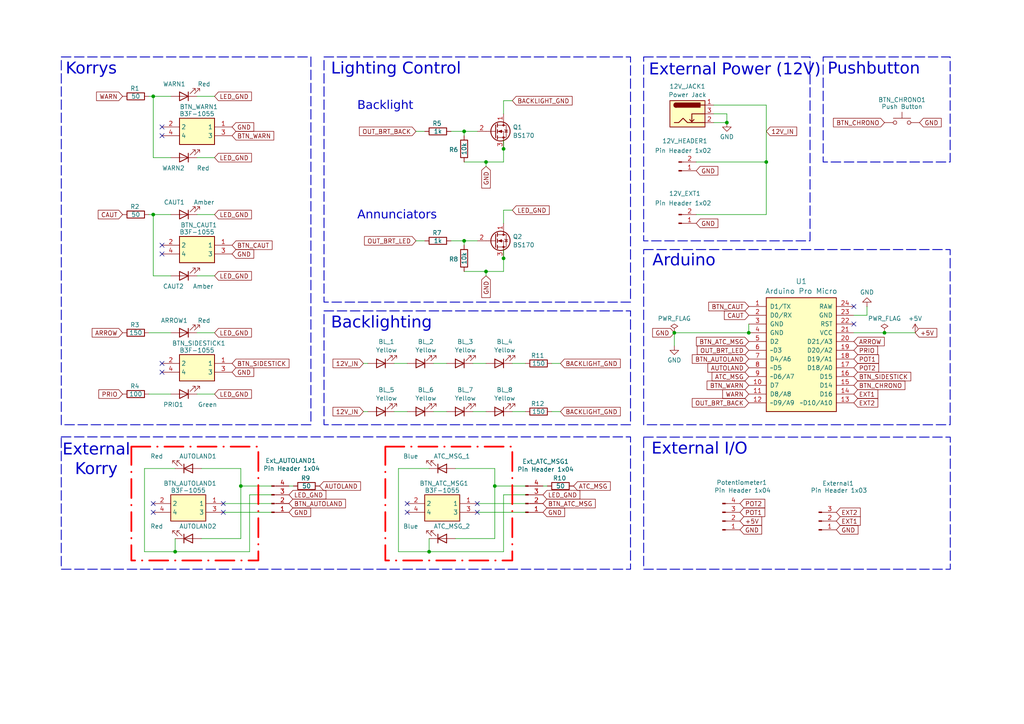
<source format=kicad_sch>
(kicad_sch (version 20231120) (generator "eeschema") (generator_version "8.0")
  (paper "A4")
  (title_block (title "WARNING PANEL Left") (date "2024-12-08") (rev "V1.1") (company "S.K.") (comment 1 "ATC-MSG- and AUTOLAND-Korry are external") (comment 2 "Shortened version"))
  (lib_symbols
    (symbol "Arduino:Sparkfun_Pro_Micro" (pin_names (offset 1.016))
      (property "Reference" "U" (at -8.89 21.59 0))
      (property "Value" "Sparkfun_Pro_Micro" (at 0 19.05 0))
      (symbol "Sparkfun_Pro_Micro_0_1"
        (rectangle (start -10.16 17.78) (end 10.16 -15.24) (stroke (width 0.254)) (fill (type background)))
      )
      (symbol "Sparkfun_Pro_Micro_1_1"
        (pin bidirectional line (at -15.24 15.24 0) (length 5.08) (name "D1/TX") (number "1"))
        (pin bidirectional line (at -15.24 -7.62 0) (length 5.08) (name "D7") (number "10"))
        (pin bidirectional line (at -15.24 -10.16 0) (length 5.08) (name "D8/A8") (number "11"))
        (pin bidirectional line (at -15.24 -12.7 0) (length 5.08) (name "~D9/A9") (number "12"))
        (pin bidirectional line (at 15.24 -12.7 180) (length 5.08) (name "~D10/A10") (number "13"))
        (pin bidirectional line (at 15.24 -10.16 180) (length 5.08) (name "D16") (number "14"))
        (pin bidirectional line (at 15.24 -7.62 180) (length 5.08) (name "D14") (number "15"))
        (pin bidirectional line (at 15.24 -5.08 180) (length 5.08) (name "D15") (number "16"))
        (pin bidirectional line (at 15.24 -2.54 180) (length 5.08) (name "D18/A0") (number "17"))
        (pin bidirectional line (at 15.24 0 180) (length 5.08) (name "D19/A1") (number "18"))
        (pin bidirectional line (at 15.24 2.54 180) (length 5.08) (name "D20/A2") (number "19"))
        (pin bidirectional line (at -15.24 12.7 0) (length 5.08) (name "D0/RX") (number "2"))
        (pin bidirectional line (at 15.24 5.08 180) (length 5.08) (name "D21/A3") (number "20"))
        (pin power_in line (at 15.24 7.62 180) (length 5.08) (name "VCC") (number "21"))
        (pin input line (at 15.24 10.16 180) (length 5.08) (name "RST") (number "22"))
        (pin power_in line (at 15.24 12.7 180) (length 5.08) (name "GND") (number "23"))
        (pin power_in line (at 15.24 15.24 180) (length 5.08) (name "RAW") (number "24"))
        (pin power_in line (at -15.24 10.16 0) (length 5.08) (name "GND") (number "3"))
        (pin power_in line (at -15.24 7.62 0) (length 5.08) (name "GND") (number "4"))
        (pin bidirectional line (at -15.24 5.08 0) (length 5.08) (name "D2") (number "5"))
        (pin bidirectional line (at -15.24 2.54 0) (length 5.08) (name "~D3") (number "6"))
        (pin bidirectional line (at -15.24 0 0) (length 5.08) (name "D4/A6") (number "7"))
        (pin bidirectional line (at -15.24 -2.54 0) (length 5.08) (name "~D5") (number "8"))
        (pin bidirectional line (at -15.24 -5.08 0) (length 5.08) (name "~D6/A7") (number "9"))
      )
    )
    (symbol "Connector:Barrel_Jack_Switch" (pin_names hide)
      (property "Reference" "J" (at 0 5.334 0))
      (property "Value" "Barrel_Jack_Switch" (at 0 -5.08 0))
      (symbol "Barrel_Jack_Switch_0_1"
        (rectangle (start -5.08 3.81) (end 5.08 -3.81) (stroke (width 0.254)) (fill (type background)))
        (arc (start -3.302 3.175) (mid -3.9343 2.54) (end -3.302 1.905) (stroke (width 0.254)))
        (arc (start -3.302 3.175) (mid -3.9343 2.54) (end -3.302 1.905) (stroke (width 0.254)) (fill (type outline)))
        (polyline (pts (xy 1.27 -2.286) (xy 1.905 -1.651)) (stroke (width 0.254)))
        (polyline (pts (xy 5.08 2.54) (xy 3.81 2.54)) (stroke (width 0.254)))
        (polyline (pts (xy 5.08 0) (xy 1.27 0) (xy 1.27 -2.286) (xy 0.635 -1.651)) (stroke (width 0.254)))
        (polyline (pts (xy -3.81 -2.54) (xy -2.54 -2.54) (xy -1.27 -1.27) (xy 0 -2.54) (xy 2.54 -2.54) (xy 5.08 -2.54)) (stroke (width 0.254)))
        (rectangle (start 3.683 3.175) (end -3.302 1.905) (stroke (width 0.254)) (fill (type outline)))
      )
      (symbol "Barrel_Jack_Switch_1_1"
        (pin passive line (at 7.62 2.54 180) (length 2.54) (name "~") (number "1"))
        (pin passive line (at 7.62 -2.54 180) (length 2.54) (name "~") (number "2"))
        (pin passive line (at 7.62 0 180) (length 2.54) (name "~") (number "3"))
      )
    )
    (symbol "Connector:Conn_01x02_Pin" (pin_names (offset 1.016) hide)
      (property "Reference" "J" (at 0 2.54 0))
      (property "Value" "Conn_01x02_Pin" (at 0 -5.08 0))
      (symbol "Conn_01x02_Pin_1_1"
        (polyline (pts (xy 1.27 -2.54) (xy 0.8636 -2.54)) (stroke (width 0.1524)))
        (polyline (pts (xy 1.27 0) (xy 0.8636 0)) (stroke (width 0.1524)))
        (rectangle (start 0.8636 -2.413) (end 0 -2.667) (stroke (width 0.1524)) (fill (type outline)))
        (rectangle (start 0.8636 0.127) (end 0 -0.127) (stroke (width 0.1524)) (fill (type outline)))
        (pin passive line (at 5.08 0 180) (length 3.81) (name "Pin_1") (number "1"))
        (pin passive line (at 5.08 -2.54 180) (length 3.81) (name "Pin_2") (number "2"))
      )
    )
    (symbol "Connector:Conn_01x03_Pin" (pin_names (offset 1.016) hide)
      (property "Reference" "J" (at 0 5.08 0))
      (property "Value" "Conn_01x03_Pin" (at 0 -5.08 0))
      (symbol "Conn_01x03_Pin_1_1"
        (polyline (pts (xy 1.27 -2.54) (xy 0.8636 -2.54)) (stroke (width 0.1524)))
        (polyline (pts (xy 1.27 0) (xy 0.8636 0)) (stroke (width 0.1524)))
        (polyline (pts (xy 1.27 2.54) (xy 0.8636 2.54)) (stroke (width 0.1524)))
        (rectangle (start 0.8636 -2.413) (end 0 -2.667) (stroke (width 0.1524)) (fill (type outline)))
        (rectangle (start 0.8636 0.127) (end 0 -0.127) (stroke (width 0.1524)) (fill (type outline)))
        (rectangle (start 0.8636 2.667) (end 0 2.413) (stroke (width 0.1524)) (fill (type outline)))
        (pin passive line (at 5.08 2.54 180) (length 3.81) (name "Pin_1") (number "1"))
        (pin passive line (at 5.08 0 180) (length 3.81) (name "Pin_2") (number "2"))
        (pin passive line (at 5.08 -2.54 180) (length 3.81) (name "Pin_3") (number "3"))
      )
    )
    (symbol "Connector:Conn_01x04_Pin" (pin_names (offset 1.016) hide)
      (property "Reference" "J" (at 0 5.08 0))
      (property "Value" "Conn_01x04_Pin" (at 0 -7.62 0))
      (symbol "Conn_01x04_Pin_1_1"
        (polyline (pts (xy 1.27 -5.08) (xy 0.8636 -5.08)) (stroke (width 0.1524)))
        (polyline (pts (xy 1.27 -2.54) (xy 0.8636 -2.54)) (stroke (width 0.1524)))
        (polyline (pts (xy 1.27 0) (xy 0.8636 0)) (stroke (width 0.1524)))
        (polyline (pts (xy 1.27 2.54) (xy 0.8636 2.54)) (stroke (width 0.1524)))
        (rectangle (start 0.8636 -4.953) (end 0 -5.207) (stroke (width 0.1524)) (fill (type outline)))
        (rectangle (start 0.8636 -2.413) (end 0 -2.667) (stroke (width 0.1524)) (fill (type outline)))
        (rectangle (start 0.8636 0.127) (end 0 -0.127) (stroke (width 0.1524)) (fill (type outline)))
        (rectangle (start 0.8636 2.667) (end 0 2.413) (stroke (width 0.1524)) (fill (type outline)))
        (pin passive line (at 5.08 2.54 180) (length 3.81) (name "Pin_1") (number "1"))
        (pin passive line (at 5.08 0 180) (length 3.81) (name "Pin_2") (number "2"))
        (pin passive line (at 5.08 -2.54 180) (length 3.81) (name "Pin_3") (number "3"))
        (pin passive line (at 5.08 -5.08 180) (length 3.81) (name "Pin_4") (number "4"))
      )
    )
    (symbol "Device:LED" (pin_numbers hide) (pin_names (offset 1.016) hide)
      (property "Reference" "D" (at 0 2.54 0))
      (property "Value" "LED" (at 0 -2.54 0))
      (symbol "LED_0_1"
        (polyline (pts (xy -1.27 -1.27) (xy -1.27 1.27)) (stroke (width 0.254)))
        (polyline (pts (xy -1.27 0) (xy 1.27 0)))
        (polyline (pts (xy 1.27 -1.27) (xy 1.27 1.27) (xy -1.27 0) (xy 1.27 -1.27)) (stroke (width 0.254)))
        (polyline (pts (xy -3.048 -0.762) (xy -4.572 -2.286) (xy -3.81 -2.286) (xy -4.572 -2.286) (xy -4.572 -1.524)))
        (polyline (pts (xy -1.778 -0.762) (xy -3.302 -2.286) (xy -2.54 -2.286) (xy -3.302 -2.286) (xy -3.302 -1.524)))
      )
      (symbol "LED_1_1"
        (pin passive line (at -3.81 0 0) (length 2.54) (name "K") (number "1"))
        (pin passive line (at 3.81 0 180) (length 2.54) (name "A") (number "2"))
      )
    )
    (symbol "Device:R" (pin_numbers hide) (pin_names (offset 0))
      (property "Reference" "R" (at 2.032 0 90))
      (property "Value" "R" (at 0 0 90))
      (symbol "R_0_1"
        (rectangle (start -1.016 -2.54) (end 1.016 2.54) (stroke (width 0.254)))
      )
      (symbol "R_1_1"
        (pin passive line (at 0 3.81 270) (length 1.27) (name "~") (number "1"))
        (pin passive line (at 0 -3.81 90) (length 1.27) (name "~") (number "2"))
      )
    )
    (symbol "SamacSys_Parts:B3F-1055"
      (property "Reference" "SW" (at 5.588 7.62 0))
      (property "Value" "B3F-1055" (at 5.334 5.08 0))
      (symbol "B3F-1055_1_1"
        (rectangle (start 5.08 2.54) (end 15.24 -5.08) (stroke (width 0.254)) (fill (type background)))
        (pin passive line (at 20.32 -2.54 180) (length 5.08) (name "1") (number "1"))
        (pin passive line (at 0 -2.54 0) (length 5.08) (name "2") (number "2"))
        (pin passive line (at 20.32 0 180) (length 5.08) (name "3") (number "3"))
        (pin passive line (at 0 0 0) (length 5.08) (name "4") (number "4"))
      )
    )
    (symbol "Switch:SW_Push" (pin_numbers hide) (pin_names (offset 1.016) hide)
      (property "Reference" "SW" (at 1.27 2.54 0))
      (property "Value" "SW_Push" (at 0 -1.524 0))
      (symbol "SW_Push_0_1"
        (circle (center -2.032 0) (radius 0.508))
        (polyline (pts (xy 0 1.27) (xy 0 3.048)))
        (polyline (pts (xy 2.54 1.27) (xy -2.54 1.27)))
        (circle (center 2.032 0) (radius 0.508))
        (pin passive line (at -5.08 0 0) (length 2.54) (name "1") (number "1"))
        (pin passive line (at 5.08 0 180) (length 2.54) (name "2") (number "2"))
      )
    )
    (symbol "Transistor_FET:BS170" (pin_names hide)
      (property "Reference" "Q" (at 5.08 1.905 0))
      (property "Value" "BS170" (at 5.08 0 0))
      (symbol "BS170_0_1"
        (polyline (pts (xy 0.254 0) (xy -2.54 0)))
        (polyline (pts (xy 0.254 1.905) (xy 0.254 -1.905)) (stroke (width 0.254)))
        (polyline (pts (xy 0.762 -1.27) (xy 0.762 -2.286)) (stroke (width 0.254)))
        (polyline (pts (xy 0.762 0.508) (xy 0.762 -0.508)) (stroke (width 0.254)))
        (polyline (pts (xy 0.762 2.286) (xy 0.762 1.27)) (stroke (width 0.254)))
        (polyline (pts (xy 2.54 2.54) (xy 2.54 1.778)))
        (polyline (pts (xy 2.54 -2.54) (xy 2.54 0) (xy 0.762 0)))
        (polyline (pts (xy 0.762 -1.778) (xy 3.302 -1.778) (xy 3.302 1.778) (xy 0.762 1.778)))
        (polyline (pts (xy 1.016 0) (xy 2.032 0.381) (xy 2.032 -0.381) (xy 1.016 0)) (fill (type outline)))
        (polyline (pts (xy 2.794 0.508) (xy 2.921 0.381) (xy 3.683 0.381) (xy 3.81 0.254)))
        (polyline (pts (xy 3.302 0.381) (xy 2.921 -0.254) (xy 3.683 -0.254) (xy 3.302 0.381)))
        (circle (center 1.651 0) (radius 2.794) (stroke (width 0.254)))
        (circle (center 2.54 -1.778) (radius 0.254) (fill (type outline)))
        (circle (center 2.54 1.778) (radius 0.254) (fill (type outline)))
      )
      (symbol "BS170_1_1"
        (pin passive line (at 2.54 5.08 270) (length 2.54) (name "D") (number "1"))
        (pin input line (at -5.08 0 0) (length 2.54) (name "G") (number "2"))
        (pin passive line (at 2.54 -5.08 90) (length 2.54) (name "S") (number "3"))
      )
    )
    (symbol "power:+5V" (power) (pin_numbers hide) (pin_names (offset 0) hide)
      (property "Value" "+5V" (at 0 3.556 0))
      (symbol "+5V_0_1"
        (polyline (pts (xy -0.762 1.27) (xy 0 2.54)))
        (polyline (pts (xy 0 0) (xy 0 2.54)))
        (polyline (pts (xy 0 2.54) (xy 0.762 1.27)))
      )
      (symbol "+5V_1_1"
        (pin power_in line (at 0 0 90) (length 0) (name "~") (number "1"))
      )
    )
    (symbol "power:GND" (power) (pin_numbers hide) (pin_names (offset 0) hide)
      (property "Value" "GND" (at 0 -3.81 0))
      (symbol "GND_0_1"
        (polyline (pts (xy 0 0) (xy 0 -1.27) (xy 1.27 -1.27) (xy 0 -2.54) (xy -1.27 -1.27) (xy 0 -1.27)))
      )
      (symbol "GND_1_1"
        (pin power_in line (at 0 0 270) (length 0) (name "~") (number "1"))
      )
    )
    (symbol "power:PWR_FLAG" (power) (pin_numbers hide) (pin_names (offset 0) hide)
      (property "Value" "PWR_FLAG" (at 0 3.81 0))
      (symbol "PWR_FLAG_0_0"
        (pin power_out line (at 0 0 90) (length 0) (name "~") (number "1"))
      )
      (symbol "PWR_FLAG_0_1"
        (polyline (pts (xy 0 0) (xy 0 1.27) (xy -1.016 1.905) (xy 0 2.54) (xy 1.016 1.905) (xy 0 1.27)))
      )
    )
  )
  (junction (at 44.45 27.94))
  (junction (at 140.97 78.74))
  (junction (at 222.25 46.99))
  (junction (at 134.62 38.1))
  (junction (at 143.51 140.97))
  (junction (at 217.17 96.52))
  (junction (at 140.97 46.99))
  (junction (at 69.85 140.97))
  (junction (at 50.8 160.02))
  (junction (at 210.82 35.56))
  (junction (at 146.05 74.93))
  (junction (at 134.62 69.85))
  (junction (at 146.05 43.18))
  (junction (at 124.46 160.02))
  (junction (at 195.58 96.52))
  (junction (at 44.45 62.23))
  (junction (at 256.54 96.52))
  (no_connect (at 46.99 39.37))
  (no_connect (at 46.99 107.95))
  (no_connect (at 46.99 71.12))
  (no_connect (at 44.45 146.05))
  (no_connect (at 46.99 36.83))
  (no_connect (at 44.45 148.59))
  (no_connect (at 247.65 88.9))
  (no_connect (at 118.11 148.59))
  (no_connect (at 46.99 73.66))
  (no_connect (at 138.43 148.59))
  (no_connect (at 46.99 105.41))
  (no_connect (at 64.77 146.05))
  (no_connect (at 118.11 146.05))
  (no_connect (at 64.77 148.59))
  (no_connect (at 138.43 146.05))
  (no_connect (at 247.65 93.98))
  (wire (pts (xy 69.85 156.21) (xy 69.85 140.97)))
  (wire (pts (xy 143.51 135.89) (xy 143.51 140.97)))
  (wire (pts (xy 138.43 148.59) (xy 152.4 148.59)))
  (wire (pts (xy 72.39 160.02) (xy 72.39 143.51)))
  (wire (pts (xy 195.58 100.33) (xy 195.58 96.52)))
  (wire (pts (xy 146.05 74.93) (xy 146.05 78.74)))
  (wire (pts (xy 134.62 38.1) (xy 138.43 38.1)))
  (wire (pts (xy 143.51 140.97) (xy 152.4 140.97)))
  (wire (pts (xy 69.85 135.89) (xy 69.85 140.97)))
  (wire (pts (xy 137.16 119.38) (xy 140.97 119.38)))
  (wire (pts (xy 120.65 38.1) (xy 123.19 38.1)))
  (wire (pts (xy 134.62 69.85) (xy 138.43 69.85)))
  (wire (pts (xy 124.46 135.89) (xy 115.57 135.89)))
  (wire (pts (xy 207.01 30.48) (xy 222.25 30.48)))
  (wire (pts (xy 62.23 45.72) (xy 57.15 45.72)))
  (wire (pts (xy 148.59 119.38) (xy 152.4 119.38)))
  (wire (pts (xy 137.16 105.41) (xy 140.97 105.41)))
  (wire (pts (xy 210.82 33.02) (xy 210.82 35.56)))
  (wire (pts (xy 44.45 62.23) (xy 43.18 62.23)))
  (wire (pts (xy 130.81 38.1) (xy 134.62 38.1)))
  (wire (pts (xy 50.8 135.89) (xy 41.91 135.89)))
  (wire (pts (xy 64.77 148.59) (xy 78.74 148.59)))
  (wire (pts (xy 160.02 105.41) (xy 162.56 105.41)))
  (wire (pts (xy 62.23 62.23) (xy 57.15 62.23)))
  (wire (pts (xy 207.01 33.02) (xy 210.82 33.02)))
  (wire (pts (xy 41.91 135.89) (xy 41.91 160.02)))
  (wire (pts (xy 222.25 30.48) (xy 222.25 46.99)))
  (wire (pts (xy 125.73 105.41) (xy 129.54 105.41)))
  (wire (pts (xy 124.46 160.02) (xy 146.05 160.02)))
  (wire (pts (xy 114.3 105.41) (xy 118.11 105.41)))
  (wire (pts (xy 44.45 62.23) (xy 49.53 62.23)))
  (wire (pts (xy 49.53 114.3) (xy 43.18 114.3)))
  (wire (pts (xy 195.58 96.52) (xy 217.17 96.52)))
  (wire (pts (xy 143.51 156.21) (xy 143.51 140.97)))
  (wire (pts (xy 140.97 78.74) (xy 146.05 78.74)))
  (wire (pts (xy 130.81 69.85) (xy 134.62 69.85)))
  (wire (pts (xy 120.65 69.85) (xy 123.19 69.85)))
  (wire (pts (xy 83.82 140.97) (xy 85.09 140.97)))
  (wire (pts (xy 44.45 27.94) (xy 43.18 27.94)))
  (wire (pts (xy 148.59 105.41) (xy 152.4 105.41)))
  (wire (pts (xy 157.48 140.97) (xy 158.75 140.97)))
  (wire (pts (xy 49.53 80.01) (xy 44.45 80.01)))
  (wire (pts (xy 44.45 45.72) (xy 44.45 27.94)))
  (wire (pts (xy 146.05 29.21) (xy 146.05 33.02)))
  (wire (pts (xy 146.05 143.51) (xy 152.4 143.51)))
  (wire (pts (xy 105.41 105.41) (xy 106.68 105.41)))
  (wire (pts (xy 256.54 96.52) (xy 265.43 96.52)))
  (wire (pts (xy 146.05 40.64) (xy 146.05 43.18)))
  (wire (pts (xy 134.62 78.74) (xy 140.97 78.74)))
  (wire (pts (xy 217.17 93.98) (xy 217.17 96.52)))
  (wire (pts (xy 43.18 96.52) (xy 49.53 96.52)))
  (wire (pts (xy 62.23 80.01) (xy 57.15 80.01)))
  (wire (pts (xy 114.3 119.38) (xy 118.11 119.38)))
  (wire (pts (xy 132.08 156.21) (xy 143.51 156.21)))
  (wire (pts (xy 146.05 72.39) (xy 146.05 74.93)))
  (wire (pts (xy 72.39 143.51) (xy 78.74 143.51)))
  (wire (pts (xy 62.23 96.52) (xy 57.15 96.52)))
  (wire (pts (xy 134.62 46.99) (xy 140.97 46.99)))
  (wire (pts (xy 247.65 96.52) (xy 256.54 96.52)))
  (wire (pts (xy 251.46 91.44) (xy 251.46 88.9)))
  (wire (pts (xy 44.45 27.94) (xy 49.53 27.94)))
  (wire (pts (xy 115.57 135.89) (xy 115.57 160.02)))
  (wire (pts (xy 115.57 160.02) (xy 124.46 160.02)))
  (wire (pts (xy 140.97 48.26) (xy 140.97 46.99)))
  (wire (pts (xy 49.53 45.72) (xy 44.45 45.72)))
  (wire (pts (xy 134.62 38.1) (xy 134.62 39.37)))
  (wire (pts (xy 138.43 146.05) (xy 152.4 146.05)))
  (wire (pts (xy 41.91 160.02) (xy 50.8 160.02)))
  (wire (pts (xy 44.45 80.01) (xy 44.45 62.23)))
  (wire (pts (xy 134.62 69.85) (xy 134.62 71.12)))
  (wire (pts (xy 148.59 29.21) (xy 146.05 29.21)))
  (wire (pts (xy 50.8 160.02) (xy 72.39 160.02)))
  (wire (pts (xy 148.59 60.96) (xy 146.05 60.96)))
  (wire (pts (xy 146.05 60.96) (xy 146.05 64.77)))
  (wire (pts (xy 62.23 27.94) (xy 57.15 27.94)))
  (wire (pts (xy 201.93 46.99) (xy 222.25 46.99)))
  (wire (pts (xy 106.68 119.38) (xy 105.41 119.38)))
  (wire (pts (xy 50.8 156.21) (xy 50.8 160.02)))
  (wire (pts (xy 64.77 146.05) (xy 78.74 146.05)))
  (wire (pts (xy 125.73 119.38) (xy 129.54 119.38)))
  (wire (pts (xy 247.65 91.44) (xy 251.46 91.44)))
  (wire (pts (xy 222.25 62.23) (xy 222.25 46.99)))
  (wire (pts (xy 146.05 43.18) (xy 146.05 46.99)))
  (wire (pts (xy 58.42 156.21) (xy 69.85 156.21)))
  (wire (pts (xy 140.97 80.01) (xy 140.97 78.74)))
  (wire (pts (xy 140.97 46.99) (xy 146.05 46.99)))
  (wire (pts (xy 62.23 114.3) (xy 57.15 114.3)))
  (wire (pts (xy 201.93 62.23) (xy 222.25 62.23)))
  (wire (pts (xy 69.85 140.97) (xy 78.74 140.97)))
  (wire (pts (xy 124.46 156.21) (xy 124.46 160.02)))
  (wire (pts (xy 132.08 135.89) (xy 143.51 135.89)))
  (wire (pts (xy 146.05 160.02) (xy 146.05 143.51)))
  (wire (pts (xy 207.01 35.56) (xy 210.82 35.56)))
  (wire (pts (xy 58.42 135.89) (xy 69.85 135.89)))
  (wire (pts (xy 160.02 119.38) (xy 162.56 119.38)))
  (rectangle (start 186.69 16.51) (end 234.95 69.85) (stroke (width 0.254) (type dash)))
  (rectangle (start 93.98 90.17) (end 182.88 123.19) (stroke (width 0.254) (type dash)))
  (rectangle (start 238.76 16.51) (end 275.59 46.99) (stroke (width 0.254) (type dash)))
  (rectangle (start 186.69 72.39) (end 275.59 123.19) (stroke (width 0.254) (type dash)))
  (rectangle (start 111.76 129.54) (end 148.59 162.56) (stroke (width 0.5) (type dash_dot) (color 255 0 0 1)))
  (rectangle (start 17.7719 126.7133) (end 182.88 165.1) (stroke (width 0.254) (type dash)))
  (rectangle (start 17.78 16.51) (end 90.17 123.19) (stroke (width 0.254) (type dash)))
  (rectangle (start 38.1 129.54) (end 74.93 162.56) (stroke (width 0.5) (type dash_dot) (color 255 0 0 1)))
  (rectangle (start 186.69 126.7834) (end 275.624 165.1) (stroke (width 0.254) (type dash)))
  (rectangle (start 93.98 16.51) (end 182.88 87.63) (stroke (width 0.254) (type dash)))
  (text "External Power (12V)" (at 188.214 19.304 0) (effects (font (size 3.3782 3.3782)) (justify left top)))
  (text "Annunciators" (at 103.632 61.722 0) (effects (font (size 2.5 2.5)) (justify left top)))
  (text "Backlight" (at 103.632 29.972 0) (effects (font (size 2.5 2.5)) (justify left top)))
  (text "Arduino" (at 189.23 74.676 0) (effects (font (size 3.3782 3.3782)) (justify left top)))
  (text "Lighting Control" (at 96.012 19.05 0) (effects (font (size 3.3782 3.3782)) (justify left top)))
  (text "Pushbutton" (at 240.03 19.05 0) (effects (font (size 3.3782 3.3782)) (justify left top)))
  (text "Backlighting" (at 96.012 92.71 0) (effects (font (size 3.3782 3.3782)) (justify left top)))
  (text "External\nKorry" (at 27.94 129.54 0) (effects (font (size 3.3782 3.3782)) (justify top)))
  (text "External I/O" (at 188.976 129.286 0) (effects (font (size 3.3782 3.3782)) (justify left top)))
  (text "Korrys" (at 19.05 19.05 0) (effects (font (size 3.3782 3.3782)) (justify left top)))
  (global_label "+5V" (shape input) (at 265.43 96.52 0) (property "Intersheetrefs" "${INTERSHEET_REFS}" (effects (hide yes))))
  (global_label "GND" (shape input) (at 67.31 36.83 0) (property "Intersheetrefs" "${INTERSHEET_REFS}" (effects (hide yes))))
  (global_label "12V_IN" (shape input) (at 105.41 105.41 180) (property "Intersheetrefs" "${INTERSHEET_REFS}" (effects (hide yes))))
  (global_label "GND" (shape input) (at 201.93 49.53 0) (property "Intersheetrefs" "${INTERSHEET_REFS}" (effects (hide yes))))
  (global_label "ATC_MSG" (shape input) (at 166.37 140.97 0) (property "Intersheetrefs" "${INTERSHEET_REFS}" (effects (hide yes))))
  (global_label "LED_GND" (shape input) (at 62.23 96.52 0) (property "Intersheetrefs" "${INTERSHEET_REFS}" (effects (hide yes))))
  (global_label "POT1" (shape input) (at 214.63 148.59 0) (property "Intersheetrefs" "${INTERSHEET_REFS}" (effects (hide yes))))
  (global_label "BTN_SIDESTICK" (shape input) (at 247.65 109.22 0) (property "Intersheetrefs" "${INTERSHEET_REFS}" (effects (hide yes))))
  (global_label "LED_GND" (shape input) (at 148.59 60.96 0) (property "Intersheetrefs" "${INTERSHEET_REFS}" (effects (hide yes))))
  (global_label "GND" (shape input) (at 266.7 35.56 0) (property "Intersheetrefs" "${INTERSHEET_REFS}" (effects (hide yes))))
  (global_label "GND" (shape input) (at 67.31 107.95 0) (property "Intersheetrefs" "${INTERSHEET_REFS}" (effects (hide yes))))
  (global_label "BTN_AUTOLAND" (shape input) (at 217.17 104.14 180) (property "Intersheetrefs" "${INTERSHEET_REFS}" (effects (hide yes))))
  (global_label "12V_IN" (shape input) (at 222.25 38.1 0) (property "Intersheetrefs" "${INTERSHEET_REFS}" (effects (hide yes))))
  (global_label "PRIO" (shape input) (at 35.56 114.3 180) (property "Intersheetrefs" "${INTERSHEET_REFS}" (effects (hide yes))))
  (global_label "LED_GND" (shape input) (at 62.23 45.72 0) (property "Intersheetrefs" "${INTERSHEET_REFS}" (effects (hide yes))))
  (global_label "LED_GND" (shape input) (at 62.23 62.23 0) (property "Intersheetrefs" "${INTERSHEET_REFS}" (effects (hide yes))))
  (global_label "BTN_CHRONO" (shape input) (at 247.65 111.76 0) (property "Intersheetrefs" "${INTERSHEET_REFS}" (effects (hide yes))))
  (global_label "ARROW" (shape input) (at 247.65 99.06 0) (property "Intersheetrefs" "${INTERSHEET_REFS}" (effects (hide yes))))
  (global_label "LED_GND" (shape input) (at 62.23 80.01 0) (property "Intersheetrefs" "${INTERSHEET_REFS}" (effects (hide yes))))
  (global_label "GND" (shape input) (at 214.63 153.67 0) (property "Intersheetrefs" "${INTERSHEET_REFS}" (effects (hide yes))))
  (global_label "LED_GND" (shape input) (at 157.48 143.51 0) (property "Intersheetrefs" "${INTERSHEET_REFS}" (effects (hide yes))))
  (global_label "ARROW" (shape input) (at 35.56 96.52 180) (property "Intersheetrefs" "${INTERSHEET_REFS}" (effects (hide yes))))
  (global_label "POT2" (shape input) (at 214.63 146.05 0) (property "Intersheetrefs" "${INTERSHEET_REFS}" (effects (hide yes))))
  (global_label "GND" (shape input) (at 201.93 64.77 0) (property "Intersheetrefs" "${INTERSHEET_REFS}" (effects (hide yes))))
  (global_label "BTN_WARN" (shape input) (at 67.31 39.37 0) (property "Intersheetrefs" "${INTERSHEET_REFS}" (effects (hide yes))))
  (global_label "EXT1" (shape input) (at 242.57 151.13 0) (property "Intersheetrefs" "${INTERSHEET_REFS}" (effects (hide yes))))
  (global_label "BACKLIGHT_GND" (shape input) (at 162.56 105.41 0) (property "Intersheetrefs" "${INTERSHEET_REFS}" (effects (hide yes))))
  (global_label "POT1" (shape input) (at 247.65 104.14 0) (property "Intersheetrefs" "${INTERSHEET_REFS}" (effects (hide yes))))
  (global_label "EXT2" (shape input) (at 242.57 148.59 0) (property "Intersheetrefs" "${INTERSHEET_REFS}" (effects (hide yes))))
  (global_label "+5V" (shape input) (at 214.63 151.13 0) (property "Intersheetrefs" "${INTERSHEET_REFS}" (effects (hide yes))))
  (global_label "OUT_BRT_BACK" (shape input) (at 217.17 116.84 180) (property "Intersheetrefs" "${INTERSHEET_REFS}" (effects (hide yes))))
  (global_label "AUTOLAND" (shape input) (at 92.71 140.97 0) (property "Intersheetrefs" "${INTERSHEET_REFS}" (effects (hide yes))))
  (global_label "ATC_MSG" (shape input) (at 217.17 109.22 180) (property "Intersheetrefs" "${INTERSHEET_REFS}" (effects (hide yes))))
  (global_label "WARN" (shape input) (at 217.17 114.3 180) (property "Intersheetrefs" "${INTERSHEET_REFS}" (effects (hide yes))))
  (global_label "BTN_ATC_MSG" (shape input) (at 217.17 99.06 180) (property "Intersheetrefs" "${INTERSHEET_REFS}" (effects (hide yes))))
  (global_label "GND" (shape input) (at 83.82 148.59 0) (property "Intersheetrefs" "${INTERSHEET_REFS}" (effects (hide yes))))
  (global_label "GND" (shape input) (at 140.97 80.01 270) (property "Intersheetrefs" "${INTERSHEET_REFS}" (effects (hide yes))))
  (global_label "GND" (shape input) (at 140.97 48.26 270) (property "Intersheetrefs" "${INTERSHEET_REFS}" (effects (hide yes))))
  (global_label "BTN_CAUT" (shape input) (at 217.17 88.9 180) (property "Intersheetrefs" "${INTERSHEET_REFS}" (effects (hide yes))))
  (global_label "LED_GND" (shape input) (at 62.23 114.3 0) (property "Intersheetrefs" "${INTERSHEET_REFS}" (effects (hide yes))))
  (global_label "GND" (shape input) (at 242.57 153.67 0) (property "Intersheetrefs" "${INTERSHEET_REFS}" (effects (hide yes))))
  (global_label "CAUT" (shape input) (at 217.17 91.44 180) (property "Intersheetrefs" "${INTERSHEET_REFS}" (effects (hide yes))))
  (global_label "POT2" (shape input) (at 247.65 106.68 0) (property "Intersheetrefs" "${INTERSHEET_REFS}" (effects (hide yes))))
  (global_label "BTN_CHRONO" (shape input) (at 256.54 35.56 180) (property "Intersheetrefs" "${INTERSHEET_REFS}" (effects (hide yes))))
  (global_label "OUT_BRT_LED" (shape input) (at 120.65 69.85 180) (property "Intersheetrefs" "${INTERSHEET_REFS}" (effects (hide yes))))
  (global_label "CAUT" (shape input) (at 35.56 62.23 180) (property "Intersheetrefs" "${INTERSHEET_REFS}" (effects (hide yes))))
  (global_label "OUT_BRT_BACK" (shape input) (at 120.65 38.1 180) (property "Intersheetrefs" "${INTERSHEET_REFS}" (effects (hide yes))))
  (global_label "WARN" (shape input) (at 35.56 27.94 180) (property "Intersheetrefs" "${INTERSHEET_REFS}" (effects (hide yes))))
  (global_label "BACKLIGHT_GND" (shape input) (at 148.59 29.21 0) (property "Intersheetrefs" "${INTERSHEET_REFS}" (effects (hide yes))))
  (global_label "LED_GND" (shape input) (at 83.82 143.51 0) (property "Intersheetrefs" "${INTERSHEET_REFS}" (effects (hide yes))))
  (global_label "EXT2" (shape input) (at 247.65 116.84 0) (property "Intersheetrefs" "${INTERSHEET_REFS}" (effects (hide yes))))
  (global_label "BTN_ATC_MSG" (shape input) (at 157.48 146.05 0) (property "Intersheetrefs" "${INTERSHEET_REFS}" (effects (hide yes))))
  (global_label "PRIO" (shape input) (at 247.65 101.6 0) (property "Intersheetrefs" "${INTERSHEET_REFS}" (effects (hide yes))))
  (global_label "BTN_AUTOLAND" (shape input) (at 83.82 146.05 0) (property "Intersheetrefs" "${INTERSHEET_REFS}" (effects (hide yes))))
  (global_label "OUT_BRT_LED" (shape input) (at 217.17 101.6 180) (property "Intersheetrefs" "${INTERSHEET_REFS}" (effects (hide yes))))
  (global_label "GND" (shape input) (at 67.31 73.66 0) (property "Intersheetrefs" "${INTERSHEET_REFS}" (effects (hide yes))))
  (global_label "EXT1" (shape input) (at 247.65 114.3 0) (property "Intersheetrefs" "${INTERSHEET_REFS}" (effects (hide yes))))
  (global_label "GND" (shape input) (at 157.48 148.59 0) (property "Intersheetrefs" "${INTERSHEET_REFS}" (effects (hide yes))))
  (global_label "BTN_CAUT" (shape input) (at 67.31 71.12 0) (property "Intersheetrefs" "${INTERSHEET_REFS}" (effects (hide yes))))
  (global_label "AUTOLAND" (shape input) (at 217.17 106.68 180) (property "Intersheetrefs" "${INTERSHEET_REFS}" (effects (hide yes))))
  (global_label "12V_IN" (shape input) (at 105.41 119.38 180) (property "Intersheetrefs" "${INTERSHEET_REFS}" (effects (hide yes))))
  (global_label "BACKLIGHT_GND" (shape input) (at 162.56 119.38 0) (property "Intersheetrefs" "${INTERSHEET_REFS}" (effects (hide yes))))
  (global_label "BTN_WARN" (shape input) (at 217.17 111.76 180) (property "Intersheetrefs" "${INTERSHEET_REFS}" (effects (hide yes))))
  (global_label "BTN_SIDESTICK" (shape input) (at 67.31 105.41 0) (property "Intersheetrefs" "${INTERSHEET_REFS}" (effects (hide yes))))
  (global_label "LED_GND" (shape input) (at 62.23 27.94 0) (property "Intersheetrefs" "${INTERSHEET_REFS}" (effects (hide yes))))
  (global_label "GND" (shape input) (at 195.58 96.52 180) (property "Intersheetrefs" "${INTERSHEET_REFS}" (effects (hide yes))))
  (symbol (lib_id "Device:LED") (at 144.78 105.41 180) (unit 1)
    (property "Reference" "BL_4" (at 146.3675 99.1065 0))
    (property "Value" "Yellow" (at 146.3675 101.5308 0))
    (property "Footprint" "LED_THT:LED_D3.0mm" (effects (hide yes)))
    (property "Description" "Light emitting diode" (effects (hide yes)))
  )
  (symbol (lib_id "Connector:Conn_01x04_Pin") (at 152.4 146.05 0) (mirror x) (unit 1)
    (property "Reference" "Ext_ATC_MSG1" (at 158.242 133.858 0))
    (property "Value" "Pin Header 1x04" (at 158.242 136.144 0))
    (property "Footprint" "Connector_JST:JST_EH_B4B-EH-A_1x04_P2.50mm_Vertical" (effects (hide yes)))
    (property "Description" "Generic connector, single row, 01x04, script generated" (effects (hide yes)))
  )
  (symbol (lib_id "Device:LED") (at 53.34 27.94 180) (unit 1)
    (property "Reference" "WARN1" (at 50.546 24.384 0))
    (property "Value" "Red" (at 59.182 24.384 0))
    (property "Footprint" "LED_THT:LED_D3.0mm" (effects (hide yes)))
    (property "Description" "Light emitting diode" (effects (hide yes)))
  )
  (symbol (lib_id "Device:LED") (at 53.34 62.23 180) (unit 1)
    (property "Reference" "CAUT1" (at 50.546 58.674 0))
    (property "Value" "Amber" (at 59.182 58.674 0))
    (property "Footprint" "LED_THT:LED_D3.0mm" (effects (hide yes)))
    (property "Description" "Light emitting diode" (effects (hide yes)))
  )
  (symbol (lib_id "Connector:Conn_01x02_Pin") (at 196.85 49.53 0) (mirror x) (unit 1)
    (property "Reference" "12V_HEADER1" (at 198.628 40.894 0))
    (property "Value" "Pin Header 1x02" (at 198.12 43.688 0))
    (property "Footprint" "Connector_JST:JST_EH_B2B-EH-A_1x02_P2.50mm_Vertical" (effects (hide yes)))
    (property "Description" "Generic connector, single row, 01x02, script generated" (effects (hide yes)))
  )
  (symbol (lib_id "Transistor_FET:BS170") (at 143.51 38.1 0) (unit 1)
    (property "Reference" "Q1" (at 148.717 36.8878 0) (effects (justify left)))
    (property "Value" "BS170" (at 148.717 39.3121 0) (effects (justify left)))
    (property "Footprint" "Package_TO_SOT_THT:TO-92_HandSolder" (effects (hide yes)))
    (property "Datasheet" "https://www.onsemi.com/pub/Collateral/BS170-D.PDF" (effects (hide yes)))
    (property "Description" "0.5A Id, 60V Vds, N-Channel MOSFET, TO-92" (effects (hide yes)))
  )
  (symbol (lib_id "Device:LED") (at 53.34 45.72 180) (unit 1)
    (property "Reference" "WARN2" (at 50.292 48.768 0))
    (property "Value" "Red" (at 58.928 48.768 0))
    (property "Footprint" "LED_THT:LED_D3.0mm" (effects (hide yes)))
    (property "Description" "Light emitting diode" (effects (hide yes)))
  )
  (symbol (lib_id "Connector:Conn_01x02_Pin") (at 196.85 64.77 0) (mirror x) (unit 1)
    (property "Reference" "12V_EXT1" (at 198.628 56.134 0))
    (property "Value" "Pin Header 1x02" (at 198.12 58.928 0))
    (property "Footprint" "Connector_JST:JST_EH_B2B-EH-A_1x02_P2.50mm_Vertical" (effects (hide yes)))
    (property "Description" "Generic connector, single row, 01x02, script generated" (effects (hide yes)))
  )
  (symbol (lib_id "power:PWR_FLAG") (at 256.54 96.52 0) (unit 1)
    (property "Reference" "#FLG02" (effects (hide yes)))
    (property "Value" "PWR_FLAG" (at 256.54 92.3869 0))
    (property "Description" "Special symbol for telling ERC where power comes from" (effects (hide yes)))
  )
  (symbol (lib_id "Device:LED") (at 54.61 156.21 0) (mirror x) (unit 1) (exclude_from_sim yes) (in_bom no) (on_board no)
    (property "Reference" "AUTOLAND2" (at 57.404 152.654 0))
    (property "Value" "Red" (at 45.466 152.654 0))
    (property "Footprint" "LED_THT:LED_D3.0mm" (effects (hide yes)))
    (property "Description" "Light emitting diode" (effects (hide yes)))
  )
  (symbol (lib_id "SamacSys_Parts:B3F-1055") (at 46.99 39.37 0) (mirror x) (unit 1)
    (property "Reference" "BTN_WARN1" (at 57.658 30.988 0))
    (property "Value" "B3F-1055" (at 57.15 33.02 0))
    (property "Footprint" "SamacSys_Parts:B3F1000" (effects (hide yes)))
    (property "Datasheet" "https://omronfs.omron.com/en_US/ecb/products/pdf/en-b3f.pdf" (effects (hide yes)))
    (property "Description" "OMRON ELECTRONIC COMPONENTS - B3F-1055 - SWITCH, TACTILE, SPST-NO, 50mA, THOUGH HOLE" (effects (hide yes)))
    (property "Mouser Part Number" "653-B3F-1055" (effects (hide yes)))
    (property "Mouser Price/Stock" "https://www.mouser.co.uk/ProductDetail/Omron-Electronics/B3F-1055?qs=1tDaWCEHQQ77i2BzV2Yqkw%3D%3D" (effects (hide yes)))
    (property "Manufacturer_Name" "Omron Electronics" (effects (hide yes)))
    (property "Manufacturer_Part_Number" "B3F-1055" (effects (hide yes)))
  )
  (symbol (lib_id "Device:LED") (at 110.49 105.41 180) (unit 1)
    (property "Reference" "BL_1" (at 112.0775 99.1065 0))
    (property "Value" "Yellow" (at 112.0775 101.5308 0))
    (property "Footprint" "LED_THT:LED_D3.0mm" (effects (hide yes)))
    (property "Description" "Light emitting diode" (effects (hide yes)))
  )
  (symbol (lib_id "Device:LED") (at 53.34 114.3 180) (unit 1)
    (property "Reference" "PRIO1" (at 50.292 117.348 0))
    (property "Value" "Green" (at 60.198 117.348 0))
    (property "Footprint" "LED_THT:LED_D3.0mm" (effects (hide yes)))
    (property "Description" "Light emitting diode" (effects (hide yes)))
  )
  (symbol (lib_id "Device:R") (at 39.37 27.94 90) (unit 1)
    (property "Reference" "R1" (at 39.116 25.654 90))
    (property "Value" "50" (at 39.37 27.94 90))
    (property "Footprint" "Resistor_THT:R_Axial_DIN0204_L3.6mm_D1.6mm_P7.62mm_Horizontal" (effects (hide yes)))
    (property "Description" "Resistor" (effects (hide yes)))
  )
  (symbol (lib_id "Device:R") (at 134.62 43.18 180) (unit 1)
    (property "Reference" "R6" (at 131.572 43.434 0))
    (property "Value" "10k" (at 134.62 43.18 90))
    (property "Footprint" "Resistor_THT:R_Axial_DIN0204_L3.6mm_D1.6mm_P7.62mm_Horizontal" (effects (hide yes)))
    (property "Description" "Resistor" (effects (hide yes)))
  )
  (symbol (lib_id "Connector:Conn_01x03_Pin") (at 237.49 151.13 0) (mirror x) (unit 1)
    (property "Reference" "External1" (at 243.078 140.208 0))
    (property "Value" "Pin Header 1x03" (at 243.332 142.24 0))
    (property "Footprint" "Connector_JST:JST_EH_B3B-EH-A_1x03_P2.50mm_Vertical" (effects (hide yes)))
    (property "Description" "Generic connector, single row, 01x03, script generated" (effects (hide yes)))
  )
  (symbol (lib_id "Device:LED") (at 54.61 135.89 0) (mirror x) (unit 1) (exclude_from_sim yes) (in_bom no) (on_board no)
    (property "Reference" "AUTOLAND1" (at 57.404 132.334 0))
    (property "Value" "Red" (at 45.466 132.334 0))
    (property "Footprint" "LED_THT:LED_D3.0mm" (effects (hide yes)))
    (property "Description" "Light emitting diode" (effects (hide yes)))
  )
  (symbol (lib_id "Device:R") (at 134.62 74.93 180) (unit 1)
    (property "Reference" "R8" (at 131.572 75.184 0))
    (property "Value" "10k" (at 134.62 74.93 90))
    (property "Footprint" "Resistor_THT:R_Axial_DIN0204_L3.6mm_D1.6mm_P7.62mm_Horizontal" (effects (hide yes)))
    (property "Description" "Resistor" (effects (hide yes)))
  )
  (symbol (lib_id "Device:R") (at 88.9 140.97 90) (unit 1)
    (property "Reference" "R9" (at 88.646 138.684 90))
    (property "Value" "50" (at 88.9 140.97 90))
    (property "Footprint" "Resistor_THT:R_Axial_DIN0204_L3.6mm_D1.6mm_P7.62mm_Horizontal" (effects (hide yes)))
    (property "Description" "Resistor" (effects (hide yes)))
  )
  (symbol (lib_id "Device:LED") (at 144.78 119.38 180) (unit 1)
    (property "Reference" "BL_8" (at 146.3675 113.0765 0))
    (property "Value" "Yellow" (at 146.3675 115.5008 0))
    (property "Footprint" "LED_THT:LED_D3.0mm" (effects (hide yes)))
    (property "Description" "Light emitting diode" (effects (hide yes)))
  )
  (symbol (lib_id "Transistor_FET:BS170") (at 143.51 69.85 0) (unit 1)
    (property "Reference" "Q2" (at 148.717 68.6378 0) (effects (justify left)))
    (property "Value" "BS170" (at 148.717 71.0621 0) (effects (justify left)))
    (property "Footprint" "Package_TO_SOT_THT:TO-92_HandSolder" (effects (hide yes)))
    (property "Datasheet" "https://www.onsemi.com/pub/Collateral/BS170-D.PDF" (effects (hide yes)))
    (property "Description" "0.5A Id, 60V Vds, N-Channel MOSFET, TO-92" (effects (hide yes)))
  )
  (symbol (lib_id "Device:LED") (at 121.92 105.41 180) (unit 1)
    (property "Reference" "BL_2" (at 123.5075 99.1065 0))
    (property "Value" "Yellow" (at 123.5075 101.5308 0))
    (property "Footprint" "LED_THT:LED_D3.0mm" (effects (hide yes)))
    (property "Description" "Light emitting diode" (effects (hide yes)))
  )
  (symbol (lib_id "Device:LED") (at 133.35 105.41 180) (unit 1)
    (property "Reference" "BL_3" (at 134.9375 99.1065 0))
    (property "Value" "Yellow" (at 134.9375 101.5308 0))
    (property "Footprint" "LED_THT:LED_D3.0mm" (effects (hide yes)))
    (property "Description" "Light emitting diode" (effects (hide yes)))
  )
  (symbol (lib_id "Switch:SW_Push") (at 261.62 35.56 0) (unit 1)
    (property "Reference" "BTN_CHRONO1" (at 261.62 28.956 0))
    (property "Value" "Push Button" (at 261.62 30.9188 0))
    (property "Footprint" "My:SW-Push" (effects (hide yes)))
    (property "Description" "Push button switch, generic, two pins" (effects (hide yes)))
  )
  (symbol (lib_id "Device:LED") (at 53.34 96.52 180) (unit 1)
    (property "Reference" "ARROW1" (at 50.546 92.964 0))
    (property "Value" "Red" (at 59.182 92.964 0))
    (property "Footprint" "LED_THT:LED_D3.0mm" (effects (hide yes)))
    (property "Description" "Light emitting diode" (effects (hide yes)))
  )
  (symbol (lib_id "power:+5V") (at 265.43 96.52 0) (unit 1)
    (property "Reference" "#PWR05" (effects (hide yes)))
    (property "Value" "+5V" (at 265.43 92.3869 0))
    (property "Description" "Power symbol creates a global label with name \"+5V\"" (effects (hide yes)))
  )
  (symbol (lib_id "Device:LED") (at 121.92 119.38 180) (unit 1)
    (property "Reference" "BL_6" (at 123.5075 113.0765 0))
    (property "Value" "Yellow" (at 123.5075 115.5008 0))
    (property "Footprint" "LED_THT:LED_D3.0mm" (effects (hide yes)))
    (property "Description" "Light emitting diode" (effects (hide yes)))
  )
  (symbol (lib_id "Device:R") (at 39.37 96.52 90) (unit 1)
    (property "Reference" "R3" (at 39.116 94.234 90))
    (property "Value" "150" (at 39.37 96.52 90))
    (property "Footprint" "Resistor_THT:R_Axial_DIN0204_L3.6mm_D1.6mm_P7.62mm_Horizontal" (effects (hide yes)))
    (property "Description" "Resistor" (effects (hide yes)))
  )
  (symbol (lib_id "Device:R") (at 127 69.85 90) (unit 1)
    (property "Reference" "R7" (at 126.746 67.564 90))
    (property "Value" "1k" (at 127 69.85 90))
    (property "Footprint" "Resistor_THT:R_Axial_DIN0204_L3.6mm_D1.6mm_P7.62mm_Horizontal" (effects (hide yes)))
    (property "Description" "Resistor" (effects (hide yes)))
  )
  (symbol (lib_id "Device:LED") (at 128.27 135.89 0) (mirror x) (unit 1) (exclude_from_sim yes) (in_bom no) (on_board no)
    (property "Reference" "ATC_MSG_1" (at 131.064 132.334 0))
    (property "Value" "Blue" (at 119.126 132.334 0))
    (property "Footprint" "LED_THT:LED_D3.0mm" (effects (hide yes)))
    (property "Description" "Light emitting diode" (effects (hide yes)))
  )
  (symbol (lib_id "Device:R") (at 39.37 114.3 90) (unit 1)
    (property "Reference" "R4" (at 39.116 112.014 90))
    (property "Value" "100" (at 39.37 114.3 90))
    (property "Footprint" "Resistor_THT:R_Axial_DIN0204_L3.6mm_D1.6mm_P7.62mm_Horizontal" (effects (hide yes)))
    (property "Description" "Resistor" (effects (hide yes)))
  )
  (symbol (lib_id "power:GND") (at 210.82 35.56 0) (unit 1)
    (property "Reference" "#PWR02" (effects (hide yes)))
    (property "Value" "GND" (at 210.82 39.6931 0))
    (property "Description" "Power symbol creates a global label with name \"GND\" , ground" (effects (hide yes)))
  )
  (symbol (lib_id "Device:LED") (at 53.34 80.01 180) (unit 1)
    (property "Reference" "CAUT2" (at 50.292 83.058 0))
    (property "Value" "Amber" (at 58.928 83.058 0))
    (property "Footprint" "LED_THT:LED_D3.0mm" (effects (hide yes)))
    (property "Description" "Light emitting diode" (effects (hide yes)))
  )
  (symbol (lib_id "Connector:Conn_01x04_Pin") (at 78.74 146.05 0) (mirror x) (unit 1)
    (property "Reference" "Ext_AUTOLAND1" (at 84.328 133.604 0))
    (property "Value" "Pin Header 1x04" (at 84.582 135.89 0))
    (property "Footprint" "Connector_JST:JST_EH_B4B-EH-A_1x04_P2.50mm_Vertical" (effects (hide yes)))
    (property "Description" "Generic connector, single row, 01x04, script generated" (effects (hide yes)))
  )
  (symbol (lib_id "Device:LED") (at 110.49 119.38 180) (unit 1)
    (property "Reference" "BL_5" (at 112.0775 113.0765 0))
    (property "Value" "Yellow" (at 112.0775 115.5008 0))
    (property "Footprint" "LED_THT:LED_D3.0mm" (effects (hide yes)))
    (property "Description" "Light emitting diode" (effects (hide yes)))
  )
  (symbol (lib_id "power:PWR_FLAG") (at 195.58 96.52 0) (unit 1)
    (property "Reference" "#FLG01" (effects (hide yes)))
    (property "Value" "PWR_FLAG" (at 195.58 92.3869 0))
    (property "Description" "Special symbol for telling ERC where power comes from" (effects (hide yes)))
  )
  (symbol (lib_id "Device:R") (at 156.21 105.41 90) (unit 1)
    (property "Reference" "R11" (at 155.956 103.124 90))
    (property "Value" "150" (at 156.21 105.41 90))
    (property "Footprint" "Resistor_THT:R_Axial_DIN0204_L3.6mm_D1.6mm_P7.62mm_Horizontal" (effects (hide yes)))
    (property "Description" "Resistor" (effects (hide yes)))
  )
  (symbol (lib_id "Connector:Barrel_Jack_Switch") (at 199.39 33.02 0) (unit 1)
    (property "Reference" "12V_JACK1" (at 199.39 25.0655 0))
    (property "Value" "Power Jack" (at 199.39 27.4898 0))
    (property "Footprint" "Connector_BarrelJack:BarrelJack_Horizontal" (effects (hide yes)))
    (property "Description" "DC Barrel Jack with an internal switch" (effects (hide yes)))
  )
  (symbol (lib_id "Device:LED") (at 128.27 156.21 0) (mirror x) (unit 1) (exclude_from_sim yes) (in_bom no) (on_board no)
    (property "Reference" "ATC_MSG_2" (at 131.064 152.654 0))
    (property "Value" "Blue" (at 119.126 152.654 0))
    (property "Footprint" "LED_THT:LED_D3.0mm" (effects (hide yes)))
    (property "Description" "Light emitting diode" (effects (hide yes)))
  )
  (symbol (lib_id "Arduino:Sparkfun_Pro_Micro") (at 232.41 104.14 0) (unit 1)
    (property "Reference" "U1" (at 232.41 81.6026 0) (effects (font (size 1.524 1.524))))
    (property "Value" "Arduino Pro Micro" (at 232.41 84.4355 0) (effects (font (size 1.524 1.524))))
    (property "Footprint" "Arduino:Sparkfun_Pro_Micro" (effects (hide yes)))
    (property "Datasheet" "https://www.sparkfun.com/products/12640" (effects (hide yes)))
    (property "Description" "Sparkfun Pro Micro" (effects (hide yes)))
  )
  (symbol (lib_id "SamacSys_Parts:B3F-1055") (at 46.99 73.66 0) (mirror x) (unit 1)
    (property "Reference" "BTN_CAUT1" (at 57.658 65.278 0))
    (property "Value" "B3F-1055" (at 57.15 67.31 0))
    (property "Footprint" "SamacSys_Parts:B3F1000" (effects (hide yes)))
    (property "Datasheet" "https://omronfs.omron.com/en_US/ecb/products/pdf/en-b3f.pdf" (effects (hide yes)))
    (property "Description" "OMRON ELECTRONIC COMPONENTS - B3F-1055 - SWITCH, TACTILE, SPST-NO, 50mA, THOUGH HOLE" (effects (hide yes)))
    (property "Mouser Part Number" "653-B3F-1055" (effects (hide yes)))
    (property "Mouser Price/Stock" "https://www.mouser.co.uk/ProductDetail/Omron-Electronics/B3F-1055?qs=1tDaWCEHQQ77i2BzV2Yqkw%3D%3D" (effects (hide yes)))
    (property "Manufacturer_Name" "Omron Electronics" (effects (hide yes)))
    (property "Manufacturer_Part_Number" "B3F-1055" (effects (hide yes)))
  )
  (symbol (lib_id "Connector:Conn_01x04_Pin") (at 209.55 151.13 0) (mirror x) (unit 1)
    (property "Reference" "Potentiometer1" (at 215.138 139.954 0))
    (property "Value" "Pin Header 1x04" (at 215.392 142.24 0))
    (property "Footprint" "Connector_JST:JST_EH_B4B-EH-A_1x04_P2.50mm_Vertical" (effects (hide yes)))
    (property "Description" "Generic connector, single row, 01x04, script generated" (effects (hide yes)))
  )
  (symbol (lib_id "Device:R") (at 39.37 62.23 90) (unit 1)
    (property "Reference" "R2" (at 39.116 59.944 90))
    (property "Value" "50" (at 39.37 62.23 90))
    (property "Footprint" "Resistor_THT:R_Axial_DIN0204_L3.6mm_D1.6mm_P7.62mm_Horizontal" (effects (hide yes)))
    (property "Description" "Resistor" (effects (hide yes)))
  )
  (symbol (lib_id "SamacSys_Parts:B3F-1055") (at 44.45 148.59 0) (mirror x) (unit 1) (exclude_from_sim yes) (in_bom no) (on_board no)
    (property "Reference" "BTN_AUTOLAND1" (at 55.118 140.208 0))
    (property "Value" "B3F-1055" (at 54.61 142.24 0))
    (property "Footprint" "SamacSys_Parts:B3F1000" (effects (hide yes)))
    (property "Datasheet" "https://omronfs.omron.com/en_US/ecb/products/pdf/en-b3f.pdf" (effects (hide yes)))
    (property "Description" "OMRON ELECTRONIC COMPONENTS - B3F-1055 - SWITCH, TACTILE, SPST-NO, 50mA, THOUGH HOLE" (effects (hide yes)))
    (property "Mouser Part Number" "653-B3F-1055" (effects (hide yes)))
    (property "Mouser Price/Stock" "https://www.mouser.co.uk/ProductDetail/Omron-Electronics/B3F-1055?qs=1tDaWCEHQQ77i2BzV2Yqkw%3D%3D" (effects (hide yes)))
    (property "Manufacturer_Name" "Omron Electronics" (effects (hide yes)))
    (property "Manufacturer_Part_Number" "B3F-1055" (effects (hide yes)))
  )
  (symbol (lib_id "Device:LED") (at 133.35 119.38 180) (unit 1)
    (property "Reference" "BL_7" (at 134.9375 113.0765 0))
    (property "Value" "Yellow" (at 134.9375 115.5008 0))
    (property "Footprint" "LED_THT:LED_D3.0mm" (effects (hide yes)))
    (property "Description" "Light emitting diode" (effects (hide yes)))
  )
  (symbol (lib_id "Device:R") (at 127 38.1 90) (unit 1)
    (property "Reference" "R5" (at 126.746 35.814 90))
    (property "Value" "1k" (at 127 38.1 90))
    (property "Footprint" "Resistor_THT:R_Axial_DIN0204_L3.6mm_D1.6mm_P7.62mm_Horizontal" (effects (hide yes)))
    (property "Description" "Resistor" (effects (hide yes)))
  )
  (symbol (lib_id "SamacSys_Parts:B3F-1055") (at 46.99 107.95 0) (mirror x) (unit 1)
    (property "Reference" "BTN_SIDESTICK1" (at 57.658 99.568 0))
    (property "Value" "B3F-1055" (at 57.15 101.6 0))
    (property "Footprint" "SamacSys_Parts:B3F1000" (effects (hide yes)))
    (property "Datasheet" "https://omronfs.omron.com/en_US/ecb/products/pdf/en-b3f.pdf" (effects (hide yes)))
    (property "Description" "OMRON ELECTRONIC COMPONENTS - B3F-1055 - SWITCH, TACTILE, SPST-NO, 50mA, THOUGH HOLE" (effects (hide yes)))
    (property "Mouser Part Number" "653-B3F-1055" (effects (hide yes)))
    (property "Mouser Price/Stock" "https://www.mouser.co.uk/ProductDetail/Omron-Electronics/B3F-1055?qs=1tDaWCEHQQ77i2BzV2Yqkw%3D%3D" (effects (hide yes)))
    (property "Manufacturer_Name" "Omron Electronics" (effects (hide yes)))
    (property "Manufacturer_Part_Number" "B3F-1055" (effects (hide yes)))
  )
  (symbol (lib_id "Device:R") (at 156.21 119.38 90) (unit 1)
    (property "Reference" "R12" (at 155.956 117.094 90))
    (property "Value" "150" (at 156.21 119.38 90))
    (property "Footprint" "Resistor_THT:R_Axial_DIN0204_L3.6mm_D1.6mm_P7.62mm_Horizontal" (effects (hide yes)))
    (property "Description" "Resistor" (effects (hide yes)))
  )
  (symbol (lib_id "power:GND") (at 195.58 100.33 0) (mirror y) (unit 1)
    (property "Reference" "#PWR01" (effects (hide yes)))
    (property "Value" "GND" (at 195.58 104.4631 0))
    (property "Description" "Power symbol creates a global label with name \"GND\" , ground" (effects (hide yes)))
  )
  (symbol (lib_id "power:GND") (at 251.46 88.9 0) (mirror x) (unit 1)
    (property "Reference" "#PWR04" (effects (hide yes)))
    (property "Value" "GND" (at 251.46 84.7669 0))
    (property "Description" "Power symbol creates a global label with name \"GND\" , ground" (effects (hide yes)))
  )
  (symbol (lib_id "Device:R") (at 162.56 140.97 90) (unit 1)
    (property "Reference" "R10" (at 162.306 138.684 90))
    (property "Value" "50" (at 162.56 140.97 90))
    (property "Footprint" "Resistor_THT:R_Axial_DIN0204_L3.6mm_D1.6mm_P7.62mm_Horizontal" (effects (hide yes)))
    (property "Description" "Resistor" (effects (hide yes)))
  )
  (symbol (lib_id "SamacSys_Parts:B3F-1055") (at 118.11 148.59 0) (mirror x) (unit 1) (exclude_from_sim yes) (in_bom no) (on_board no)
    (property "Reference" "BTN_ATC_MSG1" (at 128.778 140.208 0))
    (property "Value" "B3F-1055" (at 128.27 142.24 0))
    (property "Footprint" "SamacSys_Parts:B3F1000" (effects (hide yes)))
    (property "Datasheet" "https://omronfs.omron.com/en_US/ecb/products/pdf/en-b3f.pdf" (effects (hide yes)))
    (property "Description" "OMRON ELECTRONIC COMPONENTS - B3F-1055 - SWITCH, TACTILE, SPST-NO, 50mA, THOUGH HOLE" (effects (hide yes)))
    (property "Mouser Part Number" "653-B3F-1055" (effects (hide yes)))
    (property "Mouser Price/Stock" "https://www.mouser.co.uk/ProductDetail/Omron-Electronics/B3F-1055?qs=1tDaWCEHQQ77i2BzV2Yqkw%3D%3D" (effects (hide yes)))
    (property "Manufacturer_Name" "Omron Electronics" (effects (hide yes)))
    (property "Manufacturer_Part_Number" "B3F-1055" (effects (hide yes)))
  )
)
</source>
